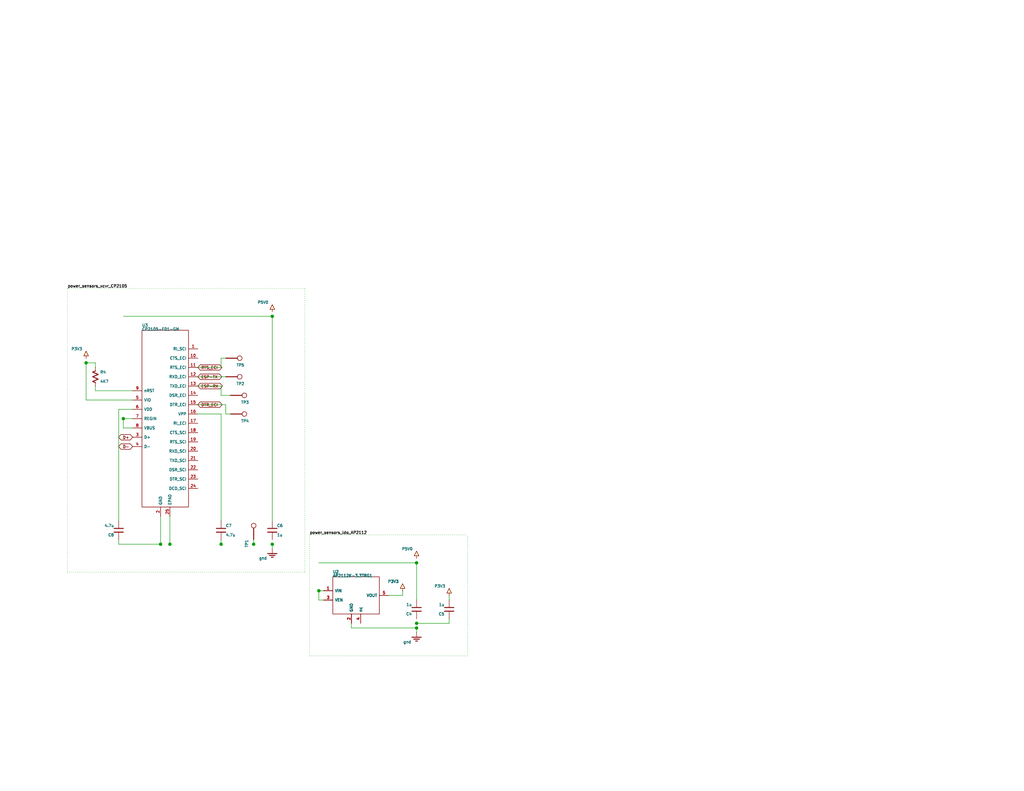
<source format=kicad_sch>
(kicad_sch (version 20230121) (generator jitx)
  (paper "A")
  (lib_symbols
    (symbol "P3V3"
      (property "Value" "P3V3" (at -2.54 2.54 0.0))
      (symbol "P3V3_1_0"
        (pin power_in line (at 0.0 0.0 90) (length 0.0) (name "P3V3") (number "~"))
      )
    )
    (symbol "gnd"
      (property "Value" "gnd" (at -2.54 -2.54 0.0))
      (symbol "gnd_1_0"
        (pin power_in line (at 0.0 0.0 270) (length 0.0) (name "gnd") (number "~"))
      )
    )
    (symbol "P5V0"
      (property "Value" "P5V0" (at -2.54 2.54 0.0))
      (symbol "P5V0_1_0"
        (pin power_in line (at 0.0 0.0 90) (length 0.0) (name "P5V0") (number "~"))
      )
    )
    (symbol "box_symbol_0L_10R_0T_4B"
      (property "Reference" "U" (at -6.35 20.412 0.0))
      (property "Value" "box_symbol_0L_10R_0T_4B" (at -6.35 19.35 0.0))
      (symbol "box_symbol_0L_10R_0T_4B_1_0"
        (pin unspecified line (at 8.89 11.43 180) (length 2.54) (name "R0") (number "~"))
        (pin unspecified line (at 8.89 8.89 180) (length 2.54) (name "R1") (number "~"))
        (pin unspecified line (at 8.89 6.35 180) (length 2.54) (name "R2") (number "~"))
        (pin unspecified line (at 8.89 3.81 180) (length 2.54) (name "R3") (number "~"))
        (pin unspecified line (at 8.89 1.27 180) (length 2.54) (name "R4") (number "~"))
        (pin unspecified line (at 8.89 -1.27 180) (length 2.54) (name "R5") (number "~"))
        (pin unspecified line (at 8.89 -3.81 180) (length 2.54) (name "R6") (number "~"))
        (pin unspecified line (at 8.89 -6.35 180) (length 2.54) (name "R7") (number "~"))
        (pin unspecified line (at 8.89 -8.89 180) (length 2.54) (name "R8") (number "~"))
        (pin unspecified line (at 8.89 -11.43 180) (length 2.54) (name "R9") (number "~"))
        (pin unspecified line (at -3.81 -21.59 90) (length 2.54) (name "B0") (number "~"))
        (pin unspecified line (at -1.27 -21.59 90) (length 2.54) (name "B1") (number "~"))
        (pin unspecified line (at 1.27 -21.59 90) (length 2.54) (name "B2") (number "~"))
        (pin unspecified line (at 3.81 -21.59 90) (length 2.54) (name "B3") (number "~"))
      )
    )
    (symbol "box_symbol_2L_3R_1T_1B"
      (property "Reference" "U" (at -5.08 7.712 0.0))
      (property "Value" "box_symbol_2L_3R_1T_1B" (at -5.08 6.65 0.0))
      (symbol "box_symbol_2L_3R_1T_1B_1_0"
        (pin unspecified line (at -7.62 1.27 0) (length 2.54) (name "L0") (number "~"))
        (pin unspecified line (at -7.62 -1.27 0) (length 2.54) (name "L1") (number "~"))
        (pin unspecified line (at 7.62 2.54 180) (length 2.54) (name "R0") (number "~"))
        (pin unspecified line (at 7.62 0.0 180) (length 2.54) (name "R1") (number "~"))
        (pin unspecified line (at 7.62 -2.54 180) (length 2.54) (name "R2") (number "~"))
        (pin unspecified line (at 0.0 8.89 270) (length 2.54) (name "T0") (number "~"))
        (pin unspecified line (at 0.0 -8.89 90) (length 2.54) (name "B0") (number "~"))
      )
    )
    (symbol "test_point_sym"
      (property "Reference" "U" (at -2.54 1.905 0.0))
      (symbol "test_point_sym_1_0"
        (pin unspecified line (at 2.54 0.0 180) (length 0.0) (name "p") (number "~"))
      )
    )
    (symbol "box_symbol_2L_3R_0T_1B"
      (property "Reference" "U" (at -5.08 7.712 0.0))
      (property "Value" "box_symbol_2L_3R_0T_1B" (at -5.08 6.65 0.0))
      (symbol "box_symbol_2L_3R_0T_1B_1_0"
        (pin unspecified line (at -7.62 1.27 0) (length 2.54) (name "L0") (number "~"))
        (pin unspecified line (at -7.62 -1.27 0) (length 2.54) (name "L1") (number "~"))
        (pin unspecified line (at 7.62 2.54 180) (length 2.54) (name "R0") (number "~"))
        (pin unspecified line (at 7.62 0.0 180) (length 2.54) (name "R1") (number "~"))
        (pin unspecified line (at 7.62 -2.54 180) (length 2.54) (name "R2") (number "~"))
        (pin unspecified line (at 0.0 -8.89 90) (length 2.54) (name "B0") (number "~"))
      )
    )
    (symbol "box_symbol_2L_1R_0T_2B"
      (property "Reference" "U" (at -6.35 6.442 0.0))
      (property "Value" "box_symbol_2L_1R_0T_2B" (at -6.35 5.38 0.0))
      (symbol "box_symbol_2L_1R_0T_2B_1_0"
        (pin unspecified line (at -8.89 1.27 0) (length 2.54) (name "L0") (number "~"))
        (pin unspecified line (at -8.89 -1.27 0) (length 2.54) (name "L1") (number "~"))
        (pin unspecified line (at 8.89 0.0 180) (length 2.54) (name "R0") (number "~"))
        (pin unspecified line (at -1.27 -7.62 90) (length 2.54) (name "B0") (number "~"))
        (pin unspecified line (at 1.27 -7.62 90) (length 2.54) (name "B1") (number "~"))
      )
    )
    (symbol "JITX_symbol"
      (property "Reference" "U" (at -2.54 3.902 0.0))
      (property "Value" "JITX_symbol" (at -2.54 2.84 0.0))
    )
    (symbol "ALTIUM_POWER_ARROW"
      (property "Value" "ALTIUM_POWER_ARROW" (at 6.35 -1.27 0.0))
      (symbol "ALTIUM_POWER_ARROW_1_0"
        (pin unspecified line (at 0.0 0.0 0) (length 0.0) (name "0") (number "~"))
      )
    )
    (symbol "ALTIUM_POWER_GND_POWER"
      (property "Value" "ALTIUM_POWER_GND_POWER" (at 6.35 -2.54 0.0))
      (symbol "ALTIUM_POWER_GND_POWER_1_0"
        (pin unspecified line (at 0.0 0.0 0) (length 0.0) (name "0") (number "~"))
      )
    )
    (symbol "box_symbol_10L_24R_1T_1B"
      (property "Reference" "U" (at -7.62 35.652 0.0))
      (property "Value" "box_symbol_10L_24R_1T_1B" (at -7.62 34.59 0.0))
      (symbol "box_symbol_10L_24R_1T_1B_1_0"
        (pin unspecified line (at -10.16 11.43 0) (length 2.54) (name "L0") (number "~"))
        (pin unspecified line (at -10.16 8.89 0) (length 2.54) (name "L1") (number "~"))
        (pin unspecified line (at -10.16 6.35 0) (length 2.54) (name "L2") (number "~"))
        (pin unspecified line (at -10.16 3.81 0) (length 2.54) (name "L3") (number "~"))
        (pin unspecified line (at -10.16 1.27 0) (length 2.54) (name "L4") (number "~"))
        (pin unspecified line (at -10.16 -1.27 0) (length 2.54) (name "L5") (number "~"))
        (pin unspecified line (at -10.16 -3.81 0) (length 2.54) (name "L6") (number "~"))
        (pin unspecified line (at -10.16 -6.35 0) (length 2.54) (name "L7") (number "~"))
        (pin unspecified line (at -10.16 -8.89 0) (length 2.54) (name "L8") (number "~"))
        (pin unspecified line (at -10.16 -11.43 0) (length 2.54) (name "L9") (number "~"))
        (pin unspecified line (at 10.16 29.21 180) (length 2.54) (name "R0") (number "~"))
        (pin unspecified line (at 10.16 26.67 180) (length 2.54) (name "R1") (number "~"))
        (pin unspecified line (at 10.16 24.13 180) (length 2.54) (name "R2") (number "~"))
        (pin unspecified line (at 10.16 21.59 180) (length 2.54) (name "R3") (number "~"))
        (pin unspecified line (at 10.16 19.05 180) (length 2.54) (name "R4") (number "~"))
        (pin unspecified line (at 10.16 16.51 180) (length 2.54) (name "R5") (number "~"))
        (pin unspecified line (at 10.16 13.97 180) (length 2.54) (name "R6") (number "~"))
        (pin unspecified line (at 10.16 11.43 180) (length 2.54) (name "R7") (number "~"))
        (pin unspecified line (at 10.16 8.89 180) (length 2.54) (name "R8") (number "~"))
        (pin unspecified line (at 10.16 6.35 180) (length 2.54) (name "R9") (number "~"))
        (pin unspecified line (at 10.16 3.81 180) (length 2.54) (name "R10") (number "~"))
        (pin unspecified line (at 10.16 1.27 180) (length 2.54) (name "R11") (number "~"))
        (pin unspecified line (at 10.16 -1.27 180) (length 2.54) (name "R12") (number "~"))
        (pin unspecified line (at 10.16 -3.81 180) (length 2.54) (name "R13") (number "~"))
        (pin unspecified line (at 10.16 -6.35 180) (length 2.54) (name "R14") (number "~"))
        (pin unspecified line (at 10.16 -8.89 180) (length 2.54) (name "R15") (number "~"))
        (pin unspecified line (at 10.16 -11.43 180) (length 2.54) (name "R16") (number "~"))
        (pin unspecified line (at 10.16 -13.97 180) (length 2.54) (name "R17") (number "~"))
        (pin unspecified line (at 10.16 -16.51 180) (length 2.54) (name "R18") (number "~"))
        (pin unspecified line (at 10.16 -19.05 180) (length 2.54) (name "R19") (number "~"))
        (pin unspecified line (at 10.16 -21.59 180) (length 2.54) (name "R20") (number "~"))
        (pin unspecified line (at 10.16 -24.13 180) (length 2.54) (name "R21") (number "~"))
        (pin unspecified line (at 10.16 -26.67 180) (length 2.54) (name "R22") (number "~"))
        (pin unspecified line (at 10.16 -29.21 180) (length 2.54) (name "R23") (number "~"))
        (pin unspecified line (at 0.0 36.83 270) (length 2.54) (name "T0") (number "~"))
        (pin unspecified line (at 0.0 -36.83 90) (length 2.54) (name "B0") (number "~"))
      )
    )
    (symbol "bjt_sym"
      (property "Reference" "U" (at 2.54 0.889 0.0))
      (property "Value" "bjt_sym" (at 2.54 -0.889 0.0))
      (symbol "bjt_sym_1_0"
        (pin unspecified line (at 2.54 -2.54 90) (length 0.0) (name "e") (number "~"))
        (pin unspecified line (at 2.54 2.54 270) (length 0.0) (name "c") (number "~"))
        (pin unspecified line (at -2.54 0.0 0) (length 0.0) (name "b") (number "~"))
      )
    )
    (symbol "supply_sym"
      (property "Value" "supply_sym" (at -2.54 2.54 0.0))
      (symbol "supply_sym_1_0"
        (pin unspecified line (at 0.0 0.0 90) (length 0.0) (name "0") (number "~"))
      )
    )
    (symbol "ground_sym"
      (property "Value" "ground_sym" (at -2.54 -2.54 0.0))
      (symbol "ground_sym_1_0"
        (pin unspecified line (at 0.0 0.0 270) (length 0.0) (name "0") (number "~"))
      )
    )
    (symbol "Sym220_1S_2_5PStraight_row_of_mothersH_4_3Gold_plated"
      (property "Reference" "U" (at 0.0 8.08001016002032 0.0))
      (property "Value" "Sym220_1S_2_5PStraight_row_of_mothersH_4_3Gold_plated" (at 0.0 7.08001016002032 0.0))
      (symbol "Sym220_1S_2_5PStraight_row_of_mothersH_4_3Gold_plated_1_0"
        (pin unspecified line (at -10.1600203200406 5.08001016002032 0) (length 5.08001016002032) (name "1") (number "~"))
        (pin unspecified line (at 10.1600203200406 5.08001016002032 180) (length 5.08001016002032) (name "2") (number "~"))
        (pin unspecified line (at -10.1600203200406 2.54000508001016 0) (length 5.08001016002032) (name "3") (number "~"))
        (pin unspecified line (at 10.1600203200406 2.54000508001016 180) (length 5.08001016002032) (name "4") (number "~"))
        (pin unspecified line (at -10.1600203200406 0.0 0) (length 5.08001016002032) (name "5") (number "~"))
        (pin unspecified line (at 10.1600203200406 0.0 180) (length 5.08001016002032) (name "6") (number "~"))
        (pin unspecified line (at -10.1600203200406 -2.54000508001016 0) (length 5.08001016002032) (name "7") (number "~"))
        (pin unspecified line (at 10.1600203200406 -2.54000508001016 180) (length 5.08001016002032) (name "8") (number "~"))
        (pin unspecified line (at -10.1600203200406 -5.08001016002032 0) (length 5.08001016002032) (name "9") (number "~"))
        (pin unspecified line (at 10.1600203200406 -5.08001016002032 180) (length 5.08001016002032) (name "10") (number "~"))
      )
    )
    (symbol "resistor_sym"
      (property "Reference" "U" (at 1.27 1.27 0.0))
      (property "Value" "resistor_sym" (at 1.27 -1.27 0.0))
      (symbol "resistor_sym_1_0"
        (pin unspecified line (at 0.0 -2.54 90) (length 0.0) (name "1") (number "~"))
        (pin unspecified line (at 0.0 2.54 270) (length 0.0) (name "2") (number "~"))
      )
    )
    (symbol "capacitor_sym"
      (property "Reference" "U" (at 1.27 1.27 0.0))
      (property "Value" "capacitor_sym" (at 1.27 -1.27 0.0))
      (symbol "capacitor_sym_1_0"
        (pin unspecified line (at 0.0 2.54 270) (length 0.0) (name "1") (number "~"))
        (pin unspecified line (at 0.0 -2.54 90) (length 0.0) (name "2") (number "~"))
      )
    )
    (symbol "box_symbol_7L_16R_0T_2B"
      (property "Reference" "U" (at -6.35 25.492 0.0))
      (property "Value" "box_symbol_7L_16R_0T_2B" (at -6.35 24.43 0.0))
      (symbol "box_symbol_7L_16R_0T_2B_1_0"
        (pin unspecified line (at -8.89 7.62 0) (length 2.54) (name "L0") (number "~"))
        (pin unspecified line (at -8.89 5.08 0) (length 2.54) (name "L1") (number "~"))
        (pin unspecified line (at -8.89 2.54 0) (length 2.54) (name "L2") (number "~"))
        (pin unspecified line (at -8.89 0.0 0) (length 2.54) (name "L3") (number "~"))
        (pin unspecified line (at -8.89 -2.54 0) (length 2.54) (name "L4") (number "~"))
        (pin unspecified line (at -8.89 -5.08 0) (length 2.54) (name "L5") (number "~"))
        (pin unspecified line (at -8.89 -7.62 0) (length 2.54) (name "L6") (number "~"))
        (pin unspecified line (at 8.89 19.05 180) (length 2.54) (name "R0") (number "~"))
        (pin unspecified line (at 8.89 16.51 180) (length 2.54) (name "R1") (number "~"))
        (pin unspecified line (at 8.89 13.97 180) (length 2.54) (name "R2") (number "~"))
        (pin unspecified line (at 8.89 11.43 180) (length 2.54) (name "R3") (number "~"))
        (pin unspecified line (at 8.89 8.89 180) (length 2.54) (name "R4") (number "~"))
        (pin unspecified line (at 8.89 6.35 180) (length 2.54) (name "R5") (number "~"))
        (pin unspecified line (at 8.89 3.81 180) (length 2.54) (name "R6") (number "~"))
        (pin unspecified line (at 8.89 1.27 180) (length 2.54) (name "R7") (number "~"))
        (pin unspecified line (at 8.89 -1.27 180) (length 2.54) (name "R8") (number "~"))
        (pin unspecified line (at 8.89 -3.81 180) (length 2.54) (name "R9") (number "~"))
        (pin unspecified line (at 8.89 -6.35 180) (length 2.54) (name "R10") (number "~"))
        (pin unspecified line (at 8.89 -8.89 180) (length 2.54) (name "R11") (number "~"))
        (pin unspecified line (at 8.89 -11.43 180) (length 2.54) (name "R12") (number "~"))
        (pin unspecified line (at 8.89 -13.97 180) (length 2.54) (name "R13") (number "~"))
        (pin unspecified line (at 8.89 -16.51 180) (length 2.54) (name "R14") (number "~"))
        (pin unspecified line (at 8.89 -19.05 180) (length 2.54) (name "R15") (number "~"))
        (pin unspecified line (at -1.27 -26.67 90) (length 2.54) (name "B0") (number "~"))
        (pin unspecified line (at 1.27 -26.67 90) (length 2.54) (name "B1") (number "~"))
      )
    )
    (symbol "diode_rgb_led"
      (property "Reference" "U" (at 1.27 5.08 0.0))
      (property "Value" "diode_rgb_led" (at 1.27 3.81 0.0))
      (symbol "diode_rgb_led_1_0"
        (pin unspecified line (at 0.0 5.08 270) (length 0.0) (name "a") (number "~"))
        (pin unspecified line (at -5.08 -3.81 90) (length 0.0) (name "r") (number "~"))
        (pin unspecified line (at 0.0 -3.81 90) (length 0.0) (name "g") (number "~"))
        (pin unspecified line (at 5.08 -3.81 90) (length 0.0) (name "b") (number "~"))
        (text "R" (at -5.842 -3.048 0) (effects (font (size 0 0))))
        (text "G" (at -0.762 -3.048 0) (effects (font (size 0 0))))
        (text "B" (at 4.318 -3.048 0) (effects (font (size 0 0))))
      )
    )
    (symbol "my_capacitor"
      (property "Reference" "C" (at 1.27 1.27 0.0))
      (property "Value" "my_capacitor" (at 1.27 -1.27 0.0))
      (symbol "my_capacitor_1_0"
        (pin unspecified line (at 0.0 2.54 270) (length 0.0) (name "1") (number "1"))
        (pin unspecified line (at 0.0 -2.54 90) (length 0.0) (name "2") (number "2"))
      )
    )
    (symbol "my_resistor"
      (property "Reference" "R" (at 1.27 1.27 0.0))
      (property "Value" "my_resistor" (at 1.27 -1.27 0.0))
      (symbol "my_resistor_1_0"
        (pin unspecified line (at 0.0 -2.54 90) (length 0.0) (name "1") (number "1"))
        (pin unspecified line (at 0.0 2.54 270) (length 0.0) (name "2") (number "2"))
      )
    )
    (symbol "my_capacitor_1"
      (property "Reference" "C" (at 1.27 1.27 0.0))
      (property "Value" "my_capacitor_1" (at 1.27 -1.27 0.0))
      (symbol "my_capacitor_1_1_0"
        (pin unspecified line (at 0.0 2.54 270) (length 0.0) (name "1") (number "1"))
        (pin unspecified line (at 0.0 -2.54 90) (length 0.0) (name "2") (number "2"))
      )
    )
    (symbol "JITX"
      (property "Reference" "JITX" (at -2.54 3.902 0.0))
      (property "Value" "JITX" (at -2.54 2.84 0.0))
    )
    (symbol "ESP32_Module"
      (property "Reference" "U" (at -7.62 35.652 0.0))
      (property "Value" "ESP32_Module" (at -7.62 34.59 0.0))
      (symbol "ESP32_Module_1_0"
        (pin unspecified line (at -10.16 11.43 0) (length 2.54) (name "EN") (number "3"))
        (pin unspecified line (at -10.16 8.89 0) (length 2.54) (name "SENSOR_VP") (number "4"))
        (pin unspecified line (at -10.16 6.35 0) (length 2.54) (name "SENSOR_VN") (number "5"))
        (pin unspecified line (at -10.16 3.81 0) (length 2.54) (name "IO0") (number "25"))
        (pin unspecified line (at -10.16 1.27 0) (length 2.54) (name "IO2") (number "24"))
        (pin unspecified line (at -10.16 -1.27 0) (length 2.54) (name "IO4") (number "26"))
        (pin unspecified line (at -10.16 -3.81 0) (length 2.54) (name "IO5") (number "29"))
        (pin unspecified line (at -10.16 -6.35 0) (length 2.54) (name "RXD0") (number "34"))
        (pin unspecified line (at -10.16 -8.89 0) (length 2.54) (name "TXD0") (number "35"))
        (pin unspecified line (at -10.16 -11.43 0) (length 2.54) (name "NC") (number "32"))
        (pin unspecified line (at 10.16 29.21 180) (length 2.54) (name "IO12") (number "14"))
        (pin unspecified line (at 10.16 26.67 180) (length 2.54) (name "IO13") (number "16"))
        (pin unspecified line (at 10.16 24.13 180) (length 2.54) (name "IO14") (number "13"))
        (pin unspecified line (at 10.16 21.59 180) (length 2.54) (name "IO15") (number "23"))
        (pin unspecified line (at 10.16 19.05 180) (length 2.54) (name "IO16") (number "27"))
        (pin unspecified line (at 10.16 16.51 180) (length 2.54) (name "IO17") (number "28"))
        (pin unspecified line (at 10.16 13.97 180) (length 2.54) (name "IO18") (number "30"))
        (pin unspecified line (at 10.16 11.43 180) (length 2.54) (name "IO19") (number "31"))
        (pin unspecified line (at 10.16 8.89 180) (length 2.54) (name "IO21") (number "33"))
        (pin unspecified line (at 10.16 6.35 180) (length 2.54) (name "IO22") (number "36"))
        (pin unspecified line (at 10.16 3.81 180) (length 2.54) (name "IO23") (number "37"))
        (pin unspecified line (at 10.16 1.27 180) (length 2.54) (name "IO25") (number "10"))
        (pin unspecified line (at 10.16 -1.27 180) (length 2.54) (name "IO26") (number "11"))
        (pin unspecified line (at 10.16 -3.81 180) (length 2.54) (name "IO27") (number "12"))
        (pin unspecified line (at 10.16 -6.35 180) (length 2.54) (name "IO32") (number "8"))
        (pin unspecified line (at 10.16 -8.89 180) (length 2.54) (name "IO33") (number "9"))
        (pin unspecified line (at 10.16 -11.43 180) (length 2.54) (name "IO34") (number "6"))
        (pin unspecified line (at 10.16 -13.97 180) (length 2.54) (name "IO35") (number "7"))
        (pin unspecified line (at 10.16 -16.51 180) (length 2.54) (name "SD2") (number "17"))
        (pin unspecified line (at 10.16 -19.05 180) (length 2.54) (name "SD3") (number "18"))
        (pin unspecified line (at 10.16 -21.59 180) (length 2.54) (name "CMD") (number "19"))
        (pin unspecified line (at 10.16 -24.13 180) (length 2.54) (name "CLK") (number "20"))
        (pin unspecified line (at 10.16 -26.67 180) (length 2.54) (name "SD0") (number "21"))
        (pin unspecified line (at 10.16 -29.21 180) (length 2.54) (name "SD1") (number "22"))
        (pin unspecified line (at 0.0 36.83 270) (length 2.54) (name "P3V3") (number "2"))
        (pin unspecified line (at 0.0 -36.83 90) (length 2.54) (name "GND") (number "47"))
        (pin unspecified line (at 0.0 -36.83 90) (length 0.0) (name "GND") (number "46"))
        (pin unspecified line (at 0.0 -36.83 90) (length 0.0) (name "GND") (number "45"))
        (pin unspecified line (at 0.0 -36.83 90) (length 0.0) (name "GND") (number "44"))
        (pin unspecified line (at 0.0 -36.83 90) (length 0.0) (name "GND") (number "43"))
        (pin unspecified line (at 0.0 -36.83 90) (length 0.0) (name "GND") (number "42"))
        (pin unspecified line (at 0.0 -36.83 90) (length 0.0) (name "GND") (number "41"))
        (pin unspecified line (at 0.0 -36.83 90) (length 0.0) (name "GND") (number "40"))
        (pin unspecified line (at 0.0 -36.83 90) (length 0.0) (name "GND") (number "39"))
        (pin unspecified line (at 0.0 -36.83 90) (length 0.0) (name "GND") (number "38"))
        (pin unspecified line (at 0.0 -36.83 90) (length 0.0) (name "GND") (number "15"))
        (pin unspecified line (at 0.0 -36.83 90) (length 0.0) (name "GND") (number "1"))
      )
    )
    (symbol "my_resistor_1"
      (property "Reference" "R" (at 1.27 1.27 0.0))
      (property "Value" "my_resistor_1" (at 1.27 -1.27 0.0))
      (symbol "my_resistor_1_1_0"
        (pin unspecified line (at 0.0 -2.54 90) (length 0.0) (name "1") (number "1"))
        (pin unspecified line (at 0.0 2.54 270) (length 0.0) (name "2") (number "2"))
      )
    )
    (symbol "C124396"
      (property "Reference" "H" (at 0.0 8.08001016002032 0.0))
      (property "Value" "C124396" (at 0.0 7.08001016002032 0.0))
      (symbol "C124396_1_0"
        (pin unspecified line (at -10.1600203200406 5.08001016002032 0) (length 5.08001016002032) (name "1") (number "1"))
        (pin unspecified line (at 10.1600203200406 5.08001016002032 180) (length 5.08001016002032) (name "2") (number "2"))
        (pin unspecified line (at -10.1600203200406 2.54000508001016 0) (length 5.08001016002032) (name "3") (number "3"))
        (pin unspecified line (at 10.1600203200406 2.54000508001016 180) (length 5.08001016002032) (name "4") (number "4"))
        (pin unspecified line (at -10.1600203200406 0.0 0) (length 5.08001016002032) (name "5") (number "5"))
        (pin unspecified line (at 10.1600203200406 0.0 180) (length 5.08001016002032) (name "6") (number "6"))
        (pin unspecified line (at -10.1600203200406 -2.54000508001016 0) (length 5.08001016002032) (name "7") (number "7"))
        (pin unspecified line (at 10.1600203200406 -2.54000508001016 180) (length 5.08001016002032) (name "8") (number "8"))
        (pin unspecified line (at -10.1600203200406 -5.08001016002032 0) (length 5.08001016002032) (name "9") (number "9"))
        (pin unspecified line (at 10.1600203200406 -5.08001016002032 180) (length 5.08001016002032) (name "10") (number "10"))
      )
    )
    (symbol "component"
      (property "Reference" "U" (at -5.08 7.712 0.0))
      (property "Value" "component" (at -5.08 6.65 0.0))
      (symbol "component_1_0"
        (pin unspecified line (at -7.62 1.27 0) (length 2.54) (name "IN") (number "3"))
        (pin unspecified line (at -7.62 -1.27 0) (length 2.54) (name "EN") (number "1"))
        (pin unspecified line (at 7.62 2.54 180) (length 2.54) (name "OUT") (number "4"))
        (pin unspecified line (at 7.62 0.0 180) (length 2.54) (name "D1") (number "5"))
        (pin unspecified line (at 7.62 -2.54 180) (length 2.54) (name "D2") (number "6"))
        (pin unspecified line (at 0.0 -8.89 90) (length 2.54) (name "GND") (number "2"))
      )
    )
    (symbol "component_1"
      (property "Reference" "U" (at -6.35 25.492 0.0))
      (property "Value" "component_1" (at -6.35 24.43 0.0))
      (symbol "component_1_1_0"
        (pin unspecified line (at -8.89 7.62 0) (length 2.54) (name "nRST") (number "9"))
        (pin unspecified line (at -8.89 5.08 0) (length 2.54) (name "VIO") (number "5"))
        (pin unspecified line (at -8.89 2.54 0) (length 2.54) (name "VDD") (number "6"))
        (pin unspecified line (at -8.89 0.0 0) (length 2.54) (name "REGIN") (number "7"))
        (pin unspecified line (at -8.89 -2.54 0) (length 2.54) (name "VBUS") (number "8"))
        (pin unspecified line (at -8.89 -5.08 0) (length 2.54) (name "D+") (number "3"))
        (pin unspecified line (at -8.89 -7.62 0) (length 2.54) (name "D-") (number "4"))
        (pin unspecified line (at 8.89 19.05 180) (length 2.54) (name "RI_SCI") (number "1"))
        (pin unspecified line (at 8.89 16.51 180) (length 2.54) (name "CTS_ECI") (number "10"))
        (pin unspecified line (at 8.89 13.97 180) (length 2.54) (name "RTS_ECI") (number "11"))
        (pin unspecified line (at 8.89 11.43 180) (length 2.54) (name "RXD_ECI") (number "12"))
        (pin unspecified line (at 8.89 8.89 180) (length 2.54) (name "TXD_ECI") (number "13"))
        (pin unspecified line (at 8.89 6.35 180) (length 2.54) (name "DSR_ECI") (number "14"))
        (pin unspecified line (at 8.89 3.81 180) (length 2.54) (name "DTR_ECI") (number "15"))
        (pin unspecified line (at 8.89 1.27 180) (length 2.54) (name "VPP") (number "16"))
        (pin unspecified line (at 8.89 -1.27 180) (length 2.54) (name "RI_ECI") (number "17"))
        (pin unspecified line (at 8.89 -3.81 180) (length 2.54) (name "CTS_SCI") (number "18"))
        (pin unspecified line (at 8.89 -6.35 180) (length 2.54) (name "RTS_SCI") (number "19"))
        (pin unspecified line (at 8.89 -8.89 180) (length 2.54) (name "RXD_SCI") (number "20"))
        (pin unspecified line (at 8.89 -11.43 180) (length 2.54) (name "TXD_SCI") (number "21"))
        (pin unspecified line (at 8.89 -13.97 180) (length 2.54) (name "DSR_SCI") (number "22"))
        (pin unspecified line (at 8.89 -16.51 180) (length 2.54) (name "DTR_SCI") (number "23"))
        (pin unspecified line (at 8.89 -19.05 180) (length 2.54) (name "DCD_SCI") (number "24"))
        (pin unspecified line (at -1.27 -26.67 90) (length 2.54) (name "GND") (number "2"))
        (pin unspecified line (at 1.27 -26.67 90) (length 2.54) (name "EPAD") (number "25"))
      )
    )
    (symbol "my_capacitor_2"
      (property "Reference" "C" (at 1.27 1.27 0.0))
      (property "Value" "my_capacitor_2" (at 1.27 -1.27 0.0))
      (symbol "my_capacitor_2_1_0"
        (pin unspecified line (at 0.0 2.54 270) (length 0.0) (name "1") (number "1"))
        (pin unspecified line (at 0.0 -2.54 90) (length 0.0) (name "2") (number "2"))
      )
    )
    (symbol "AP2112"
      (property "Reference" "U" (at -6.35 6.442 0.0))
      (property "Value" "AP2112" (at -6.35 5.38 0.0))
      (symbol "AP2112_1_0"
        (pin unspecified line (at -8.89 1.27 0) (length 2.54) (name "VIN") (number "1"))
        (pin unspecified line (at -8.89 -1.27 0) (length 2.54) (name "VEN") (number "3"))
        (pin unspecified line (at 8.89 0.0 180) (length 2.54) (name "VOUT") (number "5"))
        (pin unspecified line (at -1.27 -7.62 90) (length 2.54) (name "GND") (number "2"))
        (pin unspecified line (at 1.27 -7.62 90) (length 2.54) (name "nc") (number "4"))
      )
    )
    (symbol "component_2"
      (property "Reference" "Q" (at 2.54 0.889 0.0))
      (property "Value" "component_2" (at 2.54 -0.889 0.0))
      (symbol "component_2_1_0"
        (pin unspecified line (at 2.54 -2.54 90) (length 0.0) (name "e") (number "2"))
        (pin unspecified line (at 2.54 2.54 270) (length 0.0) (name "c") (number "3"))
        (pin unspecified line (at -2.54 0.0 0) (length 0.0) (name "b") (number "1"))
      )
    )
    (symbol "my_resistor_2"
      (property "Reference" "R" (at 1.27 1.27 0.0))
      (property "Value" "my_resistor_2" (at 1.27 -1.27 0.0))
      (symbol "my_resistor_2_1_0"
        (pin unspecified line (at 0.0 -2.54 90) (length 0.0) (name "1") (number "1"))
        (pin unspecified line (at 0.0 2.54 270) (length 0.0) (name "2") (number "2"))
      )
    )
    (symbol "my_resistor_3"
      (property "Reference" "R" (at 1.27 1.27 0.0))
      (property "Value" "my_resistor_3" (at 1.27 -1.27 0.0))
      (symbol "my_resistor_3_1_0"
        (pin unspecified line (at 0.0 -2.54 90) (length 0.0) (name "1") (number "1"))
        (pin unspecified line (at 0.0 2.54 270) (length 0.0) (name "2") (number "2"))
      )
    )
    (symbol "my_capacitor_3"
      (property "Reference" "C" (at 1.27 1.27 0.0))
      (property "Value" "my_capacitor_3" (at 1.27 -1.27 0.0))
      (symbol "my_capacitor_3_1_0"
        (pin unspecified line (at 0.0 2.54 270) (length 0.0) (name "1") (number "1"))
        (pin unspecified line (at 0.0 -2.54 90) (length 0.0) (name "2") (number "2"))
      )
    )
    (symbol "my_capacitor_4"
      (property "Reference" "C" (at 1.27 1.27 0.0))
      (property "Value" "my_capacitor_4" (at 1.27 -1.27 0.0))
      (symbol "my_capacitor_4_1_0"
        (pin unspecified line (at 0.0 2.54 270) (length 0.0) (name "1") (number "1"))
        (pin unspecified line (at 0.0 -2.54 90) (length 0.0) (name "2") (number "2"))
      )
    )
    (symbol "my_capacitor_5"
      (property "Reference" "C" (at 1.27 1.27 0.0))
      (property "Value" "my_capacitor_5" (at 1.27 -1.27 0.0))
      (symbol "my_capacitor_5_1_0"
        (pin unspecified line (at 0.0 2.54 270) (length 0.0) (name "1") (number "1"))
        (pin unspecified line (at 0.0 -2.54 90) (length 0.0) (name "2") (number "2"))
      )
    )
    (symbol "my_resistor_4"
      (property "Reference" "R" (at 1.27 1.27 0.0))
      (property "Value" "my_resistor_4" (at 1.27 -1.27 0.0))
      (symbol "my_resistor_4_1_0"
        (pin unspecified line (at 0.0 -2.54 90) (length 0.0) (name "1") (number "1"))
        (pin unspecified line (at 0.0 2.54 270) (length 0.0) (name "2") (number "2"))
      )
    )
    (symbol "my_resistor_5"
      (property "Reference" "R" (at 1.27 1.27 0.0))
      (property "Value" "my_resistor_5" (at 1.27 -1.27 0.0))
      (symbol "my_resistor_5_1_0"
        (pin unspecified line (at 0.0 -2.54 90) (length 0.0) (name "1") (number "1"))
        (pin unspecified line (at 0.0 2.54 270) (length 0.0) (name "2") (number "2"))
      )
    )
    (symbol "my_capacitor_6"
      (property "Reference" "C" (at 1.27 1.27 0.0))
      (property "Value" "my_capacitor_6" (at 1.27 -1.27 0.0))
      (symbol "my_capacitor_6_1_0"
        (pin unspecified line (at 0.0 2.54 270) (length 0.0) (name "1") (number "1"))
        (pin unspecified line (at 0.0 -2.54 90) (length 0.0) (name "2") (number "2"))
      )
    )
    (symbol "my_capacitor_7"
      (property "Reference" "C" (at 1.27 1.27 0.0))
      (property "Value" "my_capacitor_7" (at 1.27 -1.27 0.0))
      (symbol "my_capacitor_7_1_0"
        (pin unspecified line (at 0.0 2.54 270) (length 0.0) (name "1") (number "1"))
        (pin unspecified line (at 0.0 -2.54 90) (length 0.0) (name "2") (number "2"))
      )
    )
    (symbol "my_capacitor_8"
      (property "Reference" "C" (at 1.27 1.27 0.0))
      (property "Value" "my_capacitor_8" (at 1.27 -1.27 0.0))
      (symbol "my_capacitor_8_1_0"
        (pin unspecified line (at 0.0 2.54 270) (length 0.0) (name "1") (number "1"))
        (pin unspecified line (at 0.0 -2.54 90) (length 0.0) (name "2") (number "2"))
      )
    )
    (symbol "component_3"
      (property "Reference" "U" (at -5.08 7.712 0.0))
      (property "Value" "component_3" (at -5.08 6.65 0.0))
      (symbol "component_3_1_0"
        (pin unspecified line (at -7.62 1.27 0) (length 2.54) (name "SCL") (number "6"))
        (pin unspecified line (at -7.62 -1.27 0) (length 2.54) (name "SDA") (number "1"))
        (pin no_connect line (at 7.62 2.54 180) (length 2.54) (name "NC0") (number "3"))
        (pin no_connect line (at 7.62 0.0 180) (length 2.54) (name "NC1") (number "4"))
        (pin no_connect line (at 7.62 -2.54 180) (length 2.54) (name "NC2") (number "7"))
        (pin unspecified line (at 0.0 8.89 270) (length 2.54) (name "VDD") (number "5"))
        (pin unspecified line (at 0.0 -8.89 90) (length 2.54) (name "GND") (number "2"))
      )
    )
    (symbol "my_capacitor_9"
      (property "Reference" "C" (at 1.27 1.27 0.0))
      (property "Value" "my_capacitor_9" (at 1.27 -1.27 0.0))
      (symbol "my_capacitor_9_1_0"
        (pin unspecified line (at 0.0 2.54 270) (length 0.0) (name "1") (number "1"))
        (pin unspecified line (at 0.0 -2.54 90) (length 0.0) (name "2") (number "2"))
      )
    )
    (symbol "my_resistor_6"
      (property "Reference" "R" (at 1.27 1.27 0.0))
      (property "Value" "my_resistor_6" (at 1.27 -1.27 0.0))
      (symbol "my_resistor_6_1_0"
        (pin unspecified line (at 0.0 -2.54 90) (length 0.0) (name "1") (number "1"))
        (pin unspecified line (at 0.0 2.54 270) (length 0.0) (name "2") (number "2"))
      )
    )
    (symbol "my_resistor_7"
      (property "Reference" "R" (at 1.27 1.27 0.0))
      (property "Value" "my_resistor_7" (at 1.27 -1.27 0.0))
      (symbol "my_resistor_7_1_0"
        (pin unspecified line (at 0.0 -2.54 90) (length 0.0) (name "1") (number "1"))
        (pin unspecified line (at 0.0 2.54 270) (length 0.0) (name "2") (number "2"))
      )
    )
    (symbol "my_resistor_8"
      (property "Reference" "R" (at 1.27 1.27 0.0))
      (property "Value" "my_resistor_8" (at 1.27 -1.27 0.0))
      (symbol "my_resistor_8_1_0"
        (pin unspecified line (at 0.0 -2.54 90) (length 0.0) (name "1") (number "1"))
        (pin unspecified line (at 0.0 2.54 270) (length 0.0) (name "2") (number "2"))
      )
    )
    (symbol "USB_C"
      (property "Reference" "J" (at -6.35 20.412 0.0))
      (property "Value" "USB_C" (at -6.35 19.35 0.0))
      (symbol "USB_C_1_0"
        (pin unspecified line (at 8.89 11.43 180) (length 2.54) (name "VBUS") (number "B4-A9"))
        (pin unspecified line (at 8.89 11.43 180) (length 0.0) (name "VBUS") (number "A4-B9"))
        (pin unspecified line (at 8.89 8.89 180) (length 2.54) (name "CC1") (number "A5"))
        (pin unspecified line (at 8.89 6.35 180) (length 2.54) (name "CC2") (number "B5"))
        (pin unspecified line (at 8.89 3.81 180) (length 2.54) (name "DP1") (number "A6"))
        (pin unspecified line (at 8.89 1.27 180) (length 2.54) (name "DN1") (number "A7"))
        (pin unspecified line (at 8.89 -1.27 180) (length 2.54) (name "DP2") (number "B6"))
        (pin unspecified line (at 8.89 -3.81 180) (length 2.54) (name "DN2") (number "B7"))
        (pin unspecified line (at 8.89 -6.35 180) (length 2.54) (name "SBU1") (number "A8"))
        (pin unspecified line (at 8.89 -8.89 180) (length 2.54) (name "SBU2") (number "B8"))
        (pin unspecified line (at 8.89 -11.43 180) (length 2.54) (name "GND") (number "B1-A12"))
        (pin unspecified line (at 8.89 -11.43 180) (length 0.0) (name "GND") (number "A1-B12"))
        (pin unspecified line (at -3.81 -21.59 90) (length 2.54) (name "SHIELD0") (number "13"))
        (pin unspecified line (at -1.27 -21.59 90) (length 2.54) (name "SHIELD1") (number "14"))
        (pin unspecified line (at 1.27 -21.59 90) (length 2.54) (name "SHIELD2") (number "15"))
        (pin unspecified line (at 3.81 -21.59 90) (length 2.54) (name "SHIELD3") (number "16"))
      )
    )
    (symbol "my_resistor_9"
      (property "Reference" "R" (at 1.27 1.27 0.0))
      (property "Value" "my_resistor_9" (at 1.27 -1.27 0.0))
      (symbol "my_resistor_9_1_0"
        (pin unspecified line (at 0.0 -2.54 90) (length 0.0) (name "1") (number "1"))
        (pin unspecified line (at 0.0 2.54 270) (length 0.0) (name "2") (number "2"))
      )
    )
    (symbol "component_4"
      (property "Reference" "U" (at 1.27 5.08 0.0))
      (property "Value" "component_4" (at 1.27 3.81 0.0))
      (symbol "component_4_1_0"
        (pin unspecified line (at 0.0 5.08 270) (length 0.0) (name "l_a") (number "4"))
        (pin unspecified line (at -5.08 -3.81 90) (length 0.0) (name "l_r") (number "1"))
        (pin unspecified line (at 0.0 -3.81 90) (length 0.0) (name "l_g") (number "3"))
        (pin unspecified line (at 5.08 -3.81 90) (length 0.0) (name "l_b") (number "2"))
        (text "R" (at -5.842 -3.048 0) (effects (font (size 0 0))))
        (text "G" (at -0.762 -3.048 0) (effects (font (size 0 0))))
        (text "B" (at 4.318 -3.048 0) (effects (font (size 0 0))))
      )
    )
    (symbol "my_resistor_10"
      (property "Reference" "R" (at 1.27 1.27 0.0))
      (property "Value" "my_resistor_10" (at 1.27 -1.27 0.0))
      (symbol "my_resistor_10_1_0"
        (pin unspecified line (at 0.0 -2.54 90) (length 0.0) (name "1") (number "1"))
        (pin unspecified line (at 0.0 2.54 270) (length 0.0) (name "2") (number "2"))
      )
    )
    (symbol "my_capacitor_10"
      (property "Reference" "C" (at 1.27 1.27 0.0))
      (property "Value" "my_capacitor_10" (at 1.27 -1.27 0.0))
      (symbol "my_capacitor_10_1_0"
        (pin unspecified line (at 0.0 2.54 270) (length 0.0) (name "1") (number "1"))
        (pin unspecified line (at 0.0 -2.54 90) (length 0.0) (name "2") (number "2"))
      )
    )
    (symbol "my_resistor_11"
      (property "Reference" "R" (at 1.27 1.27 0.0))
      (property "Value" "my_resistor_11" (at 1.27 -1.27 0.0))
      (symbol "my_resistor_11_1_0"
        (pin unspecified line (at 0.0 -2.54 90) (length 0.0) (name "1") (number "1"))
        (pin unspecified line (at 0.0 2.54 270) (length 0.0) (name "2") (number "2"))
      )
    )
    (symbol "smd_testpoint_cmp"
      (property "Reference" "TP" (at -2.54 1.905 0.0))
      (symbol "smd_testpoint_cmp_1_0"
        (pin unspecified line (at 2.54 0.0 180) (length 0.0) (name "p") (number "p"))
      )
    )
    (symbol "my_resistor_12"
      (property "Reference" "R" (at 1.27 1.27 0.0))
      (property "Value" "my_resistor_12" (at 1.27 -1.27 0.0))
      (symbol "my_resistor_12_1_0"
        (pin unspecified line (at 0.0 -2.54 90) (length 0.0) (name "1") (number "1"))
        (pin unspecified line (at 0.0 2.54 270) (length 0.0) (name "2") (number "2"))
      )
    )
  )
  (wire (pts (xy 122.555 163.83) (xy 122.555 162.56)) (stroke (width 0.127)))
  (wire (pts (xy 106.045 162.56) (xy 109.855 162.56)) (stroke (width 0.127)))
  (wire (pts (xy 109.855 162.56) (xy 109.855 161.29)) (stroke (width 0.127)))
  (wire (pts (xy 86.995 153.67) (xy 113.665 153.67)) (stroke (width 0.127)))
  (wire (pts (xy 86.995 161.29) (xy 88.265 161.29)) (stroke (width 0.127)))
  (wire (pts (xy 86.995 163.83) (xy 88.265 163.83)) (stroke (width 0.127)))
  (wire (pts (xy 113.665 163.83) (xy 113.665 152.4)) (stroke (width 0.127)))
  (wire (pts (xy 86.995 163.83) (xy 86.995 153.67)) (stroke (width 0.127)))
  (wire (pts (xy 95.885 171.45) (xy 113.665 171.45)) (stroke (width 0.127)))
  (wire (pts (xy 95.885 171.45) (xy 95.885 170.18)) (stroke (width 0.127)))
  (wire (pts (xy 113.665 172.72) (xy 113.665 168.91)) (stroke (width 0.127)))
  (wire (pts (xy 122.555 170.18) (xy 122.555 168.91)) (stroke (width 0.127)))
  (wire (pts (xy 113.665 170.18) (xy 122.555 170.18)) (stroke (width 0.127)))
  (wire (pts (xy 53.975 102.87) (xy 61.595 102.87)) (stroke (width 0.127)))
  (wire (pts (xy 23.495 99.06) (xy 26.035 99.06)) (stroke (width 0.127)))
  (wire (pts (xy 23.495 109.22) (xy 36.195 109.22)) (stroke (width 0.127)))
  (wire (pts (xy 23.495 109.22) (xy 23.495 97.79)) (stroke (width 0.127)))
  (wire (pts (xy 26.035 100.33) (xy 26.035 99.06)) (stroke (width 0.127)))
  (wire (pts (xy 53.975 113.03) (xy 60.325 113.03)) (stroke (width 0.127)))
  (wire (pts (xy 60.325 142.24) (xy 60.325 113.03)) (stroke (width 0.127)))
  (wire (pts (xy 32.385 111.76) (xy 36.195 111.76)) (stroke (width 0.127)))
  (wire (pts (xy 32.385 142.24) (xy 32.385 111.76)) (stroke (width 0.127)))
  (wire (pts (xy 53.975 105.41) (xy 60.325 105.41)) (stroke (width 0.127)))
  (wire (pts (xy 60.325 107.95) (xy 62.865 107.95)) (stroke (width 0.127)))
  (wire (pts (xy 60.325 107.95) (xy 60.325 105.41)) (stroke (width 0.127)))
  (wire (pts (xy 53.975 100.33) (xy 60.325 100.33)) (stroke (width 0.127)))
  (wire (pts (xy 60.325 97.79) (xy 61.595 97.79)) (stroke (width 0.127)))
  (wire (pts (xy 60.325 100.33) (xy 60.325 97.79)) (stroke (width 0.127)))
  (wire (pts (xy 33.655 86.36) (xy 74.295 86.36)) (stroke (width 0.127)))
  (wire (pts (xy 33.655 114.3) (xy 36.195 114.3)) (stroke (width 0.127)))
  (wire (pts (xy 33.655 116.84) (xy 36.195 116.84)) (stroke (width 0.127)))
  (wire (pts (xy 74.295 142.24) (xy 74.295 85.09)) (stroke (width 0.127)))
  (wire (pts (xy 33.655 116.84) (xy 33.655 86.36)) (stroke (width 0.127)))
  (wire (pts (xy 61.595 113.03) (xy 62.865 113.03)) (stroke (width 0.127)))
  (wire (pts (xy 53.975 110.49) (xy 61.595 110.49)) (stroke (width 0.127)))
  (wire (pts (xy 61.595 113.03) (xy 61.595 110.49)) (stroke (width 0.127)))
  (wire (pts (xy 26.035 106.68) (xy 36.195 106.68)) (stroke (width 0.127)))
  (wire (pts (xy 26.035 106.68) (xy 26.035 105.41)) (stroke (width 0.127)))
  (wire (pts (xy 32.385 148.59) (xy 74.295 148.59)) (stroke (width 0.127)))
  (wire (pts (xy 60.325 148.59) (xy 60.325 147.32)) (stroke (width 0.127)))
  (wire (pts (xy 46.355 148.59) (xy 46.355 140.97)) (stroke (width 0.127)))
  (wire (pts (xy 43.815 148.59) (xy 43.815 140.97)) (stroke (width 0.127)))
  (wire (pts (xy 32.385 148.59) (xy 32.385 147.32)) (stroke (width 0.127)))
  (wire (pts (xy 74.295 149.86) (xy 74.295 147.32)) (stroke (width 0.127)))
  (wire (pts (xy 69.215 148.59) (xy 69.215 147.32)) (stroke (width 0.127)))
  (wire (pts (xy 84.455 146.05) (xy 127.635 146.05)) (stroke (width 0.127) (type dot)))
  (wire (pts (xy 84.455 179.07) (xy 127.635 179.07)) (stroke (width 0.127) (type dot)))
  (wire (pts (xy 84.455 179.07) (xy 84.455 146.05)) (stroke (width 0.127) (type dot)))
  (wire (pts (xy 127.635 179.07) (xy 127.635 146.05)) (stroke (width 0.127) (type dot)))
  (wire (pts (xy 18.415 78.74) (xy 83.185 78.74)) (stroke (width 0.127) (type dot)))
  (wire (pts (xy 18.415 156.21) (xy 83.185 156.21)) (stroke (width 0.127) (type dot)))
  (wire (pts (xy 18.415 156.21) (xy 18.415 78.74)) (stroke (width 0.127) (type dot)))
  (wire (pts (xy 83.185 156.21) (xy 83.185 78.74)) (stroke (width 0.127) (type dot)))
  (junction (at 113.665 153.67) (diameter 0.762))
  (junction (at 86.995 161.29) (diameter 0.762))
  (junction (at 113.665 171.45) (diameter 0.762))
  (junction (at 113.665 170.18) (diameter 0.762))
  (junction (at 23.495 99.06) (diameter 0.762))
  (junction (at 74.295 86.36) (diameter 0.762))
  (junction (at 33.655 114.3) (diameter 0.762))
  (junction (at 60.325 148.59) (diameter 0.762))
  (junction (at 46.355 148.59) (diameter 0.762))
  (junction (at 43.815 148.59) (diameter 0.762))
  (junction (at 74.295 148.59) (diameter 0.762))
  (junction (at 69.215 148.59) (diameter 0.762))
  (global_label "ESP-RX" (at 53.975 105.41 0) (effects (font (size 0.762 0.762))))
  (global_label "D+" (at 36.195 119.38 180) (effects (font (size 0.762 0.762))))
  (global_label "D-" (at 36.195 121.92 180) (effects (font (size 0.762 0.762))))
  (global_label "RTS_ECI" (at 53.975 100.33 0) (effects (font (size 0.762 0.762))))
  (global_label "DTR_ECI" (at 53.975 110.49 0) (effects (font (size 0.762 0.762))))
  (global_label "ESP-TX" (at 53.975 102.87 0) (effects (font (size 0.762 0.762))))
  (label "power_sensors_ldo_AP2112" (at 84.455 146.05 0) (effects (font (size 0.762 0.762))))
  (label "power_sensors_xcvr_CP2105" (at 18.415 78.74 0) (effects (font (size 0.762 0.762))))
  (symbol (lib_id "my_capacitor_10") (at 60.325 144.78 0.0) (unit 1)
    (property "Reference" "C7" (at 61.595 143.51 0.0) (effects (font (size 0.762 0.762)) (justify left)))
    (property "Value" "4.7u" (at 61.595 146.05 0.0) (effects (font (size 0.762 0.762)) (justify left)))
    (property "Footprint" "ble-mote:Pkg0402_1" (effects hide))
    (property "Datasheet" "https://datasheets.avx.com/cx5r.pdf" (effects hide))
    (property "Name" "sensors_xcvr_cap" (effects hide))
    (property "Manufacturer" "AVX Corporation" (effects hide))
    (property "MPN" "0402YD475MAT2A" (effects hide))
    (property "Reference-prefix" "C" (effects hide))
  )
  (symbol (lib_id "my_resistor_7") (at 26.035 102.87 0.0) (unit 1)
    (property "Reference" "R4" (at 27.305 101.6 0.0) (effects (font (size 0.762 0.762)) (justify left)))
    (property "Value" "4K7" (at 27.305 104.14 0.0) (effects (font (size 0.762 0.762)) (justify left)))
    (property "Footprint" "ble-mote:Pkg0402_2" (effects hide))
    (property "Datasheet" "https://na.industrial.panasonic.com/file-download/8997" (effects hide))
    (property "Name" "sensors_xcvr_rid" (effects hide))
    (property "Description" "RES 4.7K OHM 0.1% 1/10W 0402" (effects hide))
    (property "Manufacturer" "Panasonic Electronic Components" (effects hide))
    (property "MPN" "ERA-2VEB4701X" (effects hide))
    (property "Reference-prefix" "R" (effects hide))
  )
  (symbol (lib_id "my_capacitor_7") (at 32.385 144.78 180.0) (unit 1)
    (property "Reference" "C8" (at 31.115 146.05 0.0) (effects (font (size 0.762 0.762)) (justify left)))
    (property "Value" "4.7u" (at 31.115 143.51 0.0) (effects (font (size 0.762 0.762)) (justify left)))
    (property "Footprint" "ble-mote:Pkg0402_1" (effects hide))
    (property "Datasheet" "https://datasheets.avx.com/cx5r.pdf" (effects hide))
    (property "Name" "sensors_xcvr_cap" (effects hide))
    (property "Manufacturer" "AVX Corporation" (effects hide))
    (property "MPN" "0402YD475MAT2A" (effects hide))
    (property "Reference-prefix" "C" (effects hide))
  )
  (symbol (lib_id "smd_testpoint_cmp") (at 65.405 113.03 180.0) (unit 1)
    (property "Reference" "TP4" (at 67.945 114.935 0.0) (effects (font (size 0.762 0.762)) (justify left)))
    (property "Footprint" "ble-mote:SMD_TESTPT" (effects hide))
    (property "Name" "sensors_test-points_point3" (effects hide))
    (property "Reference-prefix" "TP" (effects hide))
  )
  (symbol (lib_id "smd_testpoint_cmp") (at 69.215 144.78 270.0) (unit 1)
    (property "Reference" "TP1" (at 67.31 147.32 0.0) (effects (font (size 0.762 0.762)) (justify left)))
    (property "Footprint" "ble-mote:SMD_TESTPT" (effects hide))
    (property "Name" "sensors_test-points_point0" (effects hide))
    (property "Reference-prefix" "TP" (effects hide))
  )
  (symbol (lib_id "my_capacitor_2") (at 122.555 166.37 180.0) (unit 1)
    (property "Reference" "C5" (at 121.285 167.64 0.0) (effects (font (size 0.762 0.762)) (justify left)))
    (property "Value" "1u" (at 121.285 165.1 0.0) (effects (font (size 0.762 0.762)) (justify left)))
    (property "Footprint" "ble-mote:Pkg0402_3" (effects hide))
    (property "Datasheet" "//media.digikey.com/pdf/Data%20Sheets/Samsung%20PDFs/CL05A105KO5NNNC_Spec_5-2-19.pdf" (effects hide))
    (property "Name" "sensors_ldo_cap" (effects hide))
    (property "Manufacturer" "Samsung Electro-Mechanics" (effects hide))
    (property "MPN" "CL05A105KO5NNNC" (effects hide))
    (property "Reference-prefix" "C" (effects hide))
  )
  (symbol (lib_id "my_capacitor") (at 113.665 166.37 180.0) (unit 1)
    (property "Reference" "C4" (at 112.395 167.64 0.0) (effects (font (size 0.762 0.762)) (justify left)))
    (property "Value" "1u" (at 112.395 165.1 0.0) (effects (font (size 0.762 0.762)) (justify left)))
    (property "Footprint" "ble-mote:Pkg0402_3" (effects hide))
    (property "Datasheet" "//media.digikey.com/pdf/Data%20Sheets/Samsung%20PDFs/CL05A105KO5NNNC_Spec_5-2-19.pdf" (effects hide))
    (property "Name" "sensors_ldo_cap" (effects hide))
    (property "Manufacturer" "Samsung Electro-Mechanics" (effects hide))
    (property "MPN" "CL05A105KO5NNNC" (effects hide))
    (property "Reference-prefix" "C" (effects hide))
  )
  (symbol (lib_id "my_capacitor_6") (at 74.295 144.78 0.0) (unit 1)
    (property "Reference" "C6" (at 75.565 143.51 0.0) (effects (font (size 0.762 0.762)) (justify left)))
    (property "Value" "1u" (at 75.565 146.05 0.0) (effects (font (size 0.762 0.762)) (justify left)))
    (property "Footprint" "ble-mote:Pkg0402_3" (effects hide))
    (property "Datasheet" "//media.digikey.com/pdf/Data%20Sheets/Samsung%20PDFs/CL05A105KO5NNNC_Spec_5-2-19.pdf" (effects hide))
    (property "Name" "sensors_xcvr_cap" (effects hide))
    (property "Manufacturer" "Samsung Electro-Mechanics" (effects hide))
    (property "MPN" "CL05A105KO5NNNC" (effects hide))
    (property "Reference-prefix" "C" (effects hide))
  )
  (symbol (lib_id "AP2112") (at 97.155 162.56 0.0) (unit 1)
    (property "Reference" "U2" (at 90.805 156.118 0.0) (effects (font (size 0.762 0.762)) (justify left)))
    (property "Value" "AP2112K-3.3TRG1" (at 90.805 157.18 0.0) (effects (font (size 0.762 0.762)) (justify left)))
    (property "Footprint" "ble-mote:SOT95P280X145_5N" (effects hide))
    (property "Name" "sensors_ldo_ps" (effects hide))
    (property "Description" "600-mA, Low-Dropout Regulator" (effects hide))
    (property "Manufacturer" "Diodes Incorporated" (effects hide))
    (property "MPN" "AP2112K-3.3TRG1" (effects hide))
  )
  (symbol (lib_id "smd_testpoint_cmp") (at 65.405 107.95 180.0) (unit 1)
    (property "Reference" "TP3" (at 67.945 109.855 0.0) (effects (font (size 0.762 0.762)) (justify left)))
    (property "Footprint" "ble-mote:SMD_TESTPT" (effects hide))
    (property "Name" "sensors_test-points_point2" (effects hide))
    (property "Reference-prefix" "TP" (effects hide))
  )
  (symbol (lib_id "component_1") (at 45.085 114.3 0.0) (unit 1)
    (property "Reference" "U3" (at 38.735 88.808 0.0) (effects (font (size 0.762 0.762)) (justify left)))
    (property "Value" "CP2105-F01-GM" (at 38.735 89.87 0.0) (effects (font (size 0.762 0.762)) (justify left)))
    (property "Footprint" "ble-mote:QFN24" (effects hide))
    (property "Name" "sensors_xcvr_xcvr" (effects hide))
    (property "Description" "IC SGL USB-DL UART BRIDGE 24QFN" (effects hide))
    (property "Manufacturer" "Silicon Labs" (effects hide))
    (property "MPN" "CP2105-F01-GM" (effects hide))
  )
  (symbol (lib_id "smd_testpoint_cmp") (at 64.135 97.79 180.0) (unit 1)
    (property "Reference" "TP5" (at 66.675 99.695 0.0) (effects (font (size 0.762 0.762)) (justify left)))
    (property "Footprint" "ble-mote:SMD_TESTPT" (effects hide))
    (property "Name" "sensors_test-points_point4" (effects hide))
    (property "Reference-prefix" "TP" (effects hide))
  )
  (symbol (lib_id "smd_testpoint_cmp") (at 64.135 102.87 180.0) (unit 1)
    (property "Reference" "TP2" (at 66.675 104.775 0.0) (effects (font (size 0.762 0.762)) (justify left)))
    (property "Footprint" "ble-mote:SMD_TESTPT" (effects hide))
    (property "Name" "sensors_test-points_point1" (effects hide))
    (property "Reference-prefix" "TP" (effects hide))
  )
  (symbol (lib_id "P3V3") (at 122.555 162.56 0.0) (unit 1)
    (property "Reference" "#PWR?" (effects hide))
    (property "Value" "P3V3" (at 120.015 160.02 0.0) (effects (font (size 0.762 0.762))))
  )
  (symbol (lib_id "P3V3") (at 109.855 161.29 0.0) (unit 1)
    (property "Reference" "#PWR?" (effects hide))
    (property "Value" "P3V3" (at 107.315 158.75 0.0) (effects (font (size 0.762 0.762))))
  )
  (symbol (lib_id "P5V0") (at 113.665 152.4 0.0) (unit 1)
    (property "Reference" "#PWR?" (effects hide))
    (property "Value" "P5V0" (at 111.125 149.86 0.0) (effects (font (size 0.762 0.762))))
  )
  (symbol (lib_id "gnd") (at 113.665 172.72 0.0) (unit 1)
    (property "Reference" "#PWR?" (effects hide))
    (property "Value" "gnd" (at 111.125 175.26 0.0) (effects (font (size 0.762 0.762))))
  )
  (symbol (lib_id "P3V3") (at 23.495 97.79 0.0) (unit 1)
    (property "Reference" "#PWR?" (effects hide))
    (property "Value" "P3V3" (at 20.955 95.25 0.0) (effects (font (size 0.762 0.762))))
  )
  (symbol (lib_id "P5V0") (at 74.295 85.09 0.0) (unit 1)
    (property "Reference" "#PWR?" (effects hide))
    (property "Value" "P5V0" (at 71.755 82.55 0.0) (effects (font (size 0.762 0.762))))
  )
  (symbol (lib_id "gnd") (at 74.295 149.86 0.0) (unit 1)
    (property "Reference" "#PWR?" (effects hide))
    (property "Value" "gnd" (at 71.755 152.4 0.0) (effects (font (size 0.762 0.762))))
  )
)
</source>
